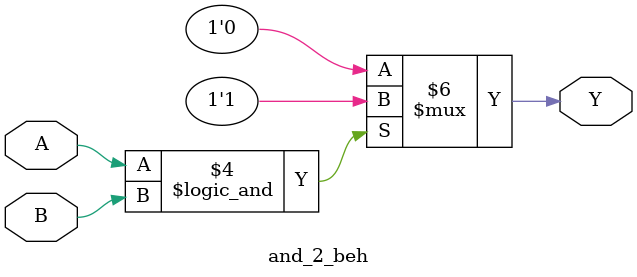
<source format=v>
module and_2_beh(input  wire A, input  wire B, output reg  Y);

  always @ (A,B)
    begin
      if (A==1'b1 && B==1'b1)
    Y = 1'b1;
  else
    Y = 1'b0;
    end

endmodule
</source>
